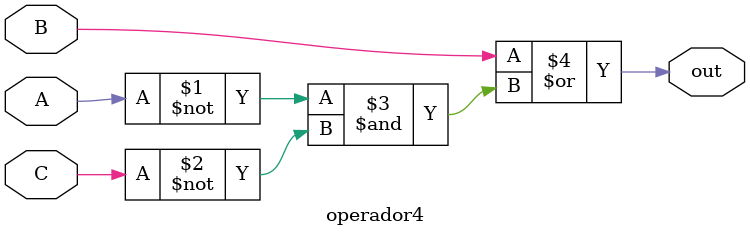
<source format=v>
module gatelevel(input wire A, B, C, output wire out);

  not (out, B);

endmodule

//Se realiza la ecuacion reducida de la tabla 03 del ejercicio 1
module gatelevel2(input wire A, B, C, D, output out);

  wire a1, a2, a3, a4, b1, b2, b3, b4, b5, b6, b7, b8;

  not (a1, A);
  not (a2, B);
  not (a3, C);
  not (a4, D);
  and (b1, a1, a2, a3, a4);
  and (b2, a1, a2, C, D);
  and (b3, a1, B, a3, D);
  and (b4, a1, B, C, a4);
  and (b5, A, B, a3, a4);
  and (b6, A, B, C, D);
  and (b7, A, a2, a3, D);
  and (b8, A, a2, C, a4);
  or (out, b1, b2, b3, b4, b5, b6, b7, b8);

endmodule

// Se realizo la ecuacion reducida de la ecuacion 1 del ejercicio 2
module gatelevel3(input wire A, B, C, D, output out);

  wire c1, c2, c3, c4, d1, d2, d3, d4;

  not (c1, A);
  not (c2, B);
  not (c3, C);
  not (c4, D);
  and (d1, A, c3);
  and (d2, A, c4);
  and (d3, A, c2);
  and (d4, c2, c3, c4);
  or (out, d1, d2, d3, d4);

endmodule

// Se realizo la ecuacion reducida de la ecuacion 2 del ejercicio 2
module gatelevel4(input wire A, B, C, output out);

  wire e1;

  not (e1, B);
  or (out, e1, C);

endmodule

// Se realizo la ecuacion reducida de la tabla 01 del ejercicio 1
module operador1(input wire A, B, C, output wire out);

  assign out = (A & C) | (~A & ~C) | (~B & ~C);

endmodule

// Se realizo la ecuacion reducida de la tabla 04 del ejercicio 1
module operador2(input wire A, B, C, D, output wire out);

  assign out = (B & D) | (A & ~D) | (A & C);

endmodule

// Se realizo la ecuacion reducida de la ecuacion 3 del ejercicio 2
module operador3(input wire A, B, C, D, output wire out);

  assign out = (B) | (~C & D) | (A & D);

endmodule

// Se realizo la ecuacion reducida de la ecuacion 4 del ejercicio 2
module operador4(input wire A, B, C, output wire out);

  assign out = (B) | (~A & ~C);

endmodule

</source>
